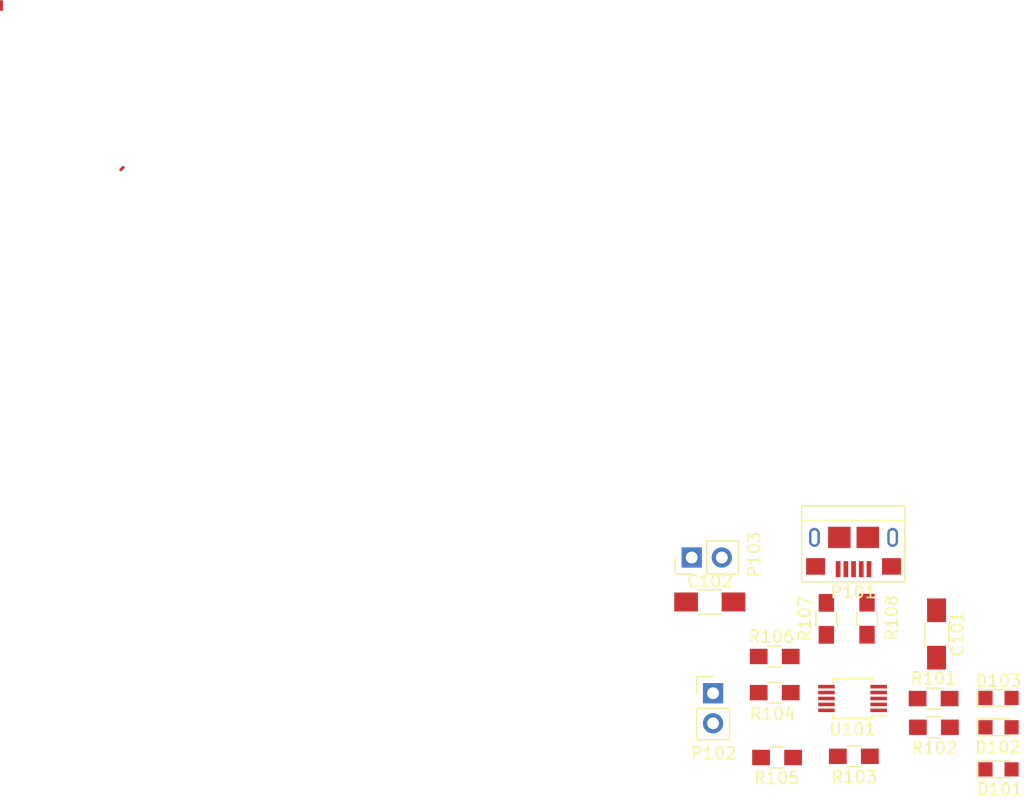
<source format=kicad_pcb>
(kicad_pcb (version 4) (host pcbnew 4.0.6-e0-6349~53~ubuntu14.04.1)

  (general
    (links 35)
    (no_connects 35)
    (area 0 0 0 0)
    (thickness 1.6)
    (drawings 0)
    (tracks 2)
    (zones 0)
    (modules 17)
    (nets 15)
  )

  (page A4)
  (layers
    (0 F.Cu signal)
    (31 B.Cu signal)
    (32 B.Adhes user)
    (33 F.Adhes user)
    (34 B.Paste user)
    (35 F.Paste user)
    (36 B.SilkS user)
    (37 F.SilkS user)
    (38 B.Mask user)
    (39 F.Mask user)
    (40 Dwgs.User user)
    (41 Cmts.User user)
    (42 Eco1.User user)
    (43 Eco2.User user)
    (44 Edge.Cuts user)
    (45 Margin user)
    (46 B.CrtYd user)
    (47 F.CrtYd user)
    (48 B.Fab user)
    (49 F.Fab user)
  )

  (setup
    (last_trace_width 0.25)
    (trace_clearance 0.2)
    (zone_clearance 0.508)
    (zone_45_only no)
    (trace_min 0.2)
    (segment_width 0.2)
    (edge_width 0.15)
    (via_size 0.6)
    (via_drill 0.4)
    (via_min_size 0.4)
    (via_min_drill 0.3)
    (uvia_size 0.3)
    (uvia_drill 0.1)
    (uvias_allowed no)
    (uvia_min_size 0.2)
    (uvia_min_drill 0.1)
    (pcb_text_width 0.3)
    (pcb_text_size 1.5 1.5)
    (mod_edge_width 0.15)
    (mod_text_size 1 1)
    (mod_text_width 0.15)
    (pad_size 1.524 1.524)
    (pad_drill 0.762)
    (pad_to_mask_clearance 0.2)
    (aux_axis_origin 0 0)
    (visible_elements FFFFF77F)
    (pcbplotparams
      (layerselection 0x00030_80000001)
      (usegerberextensions false)
      (excludeedgelayer true)
      (linewidth 0.100000)
      (plotframeref false)
      (viasonmask false)
      (mode 1)
      (useauxorigin false)
      (hpglpennumber 1)
      (hpglpenspeed 20)
      (hpglpendiameter 15)
      (hpglpenoverlay 2)
      (psnegative false)
      (psa4output false)
      (plotreference true)
      (plotvalue true)
      (plotinvisibletext false)
      (padsonsilk false)
      (subtractmaskfromsilk false)
      (outputformat 1)
      (mirror false)
      (drillshape 1)
      (scaleselection 1)
      (outputdirectory ""))
  )

  (net 0 "")
  (net 1 GND)
  (net 2 "Net-(D101-Pad1)")
  (net 3 "Net-(D102-Pad1)")
  (net 4 "Net-(D103-Pad1)")
  (net 5 "Net-(P101-Pad3)")
  (net 6 "Net-(P101-Pad2)")
  (net 7 /VBAT)
  (net 8 /VIN)
  (net 9 /RESET)
  (net 10 /~TE)
  (net 11 /Ther)
  (net 12 /Prog)
  (net 13 /Stat1)
  (net 14 /Stat2)

  (net_class Default "This is the default net class."
    (clearance 0.2)
    (trace_width 0.25)
    (via_dia 0.6)
    (via_drill 0.4)
    (uvia_dia 0.3)
    (uvia_drill 0.1)
    (add_net /Prog)
    (add_net /RESET)
    (add_net /Stat1)
    (add_net /Stat2)
    (add_net /Ther)
    (add_net /VBAT)
    (add_net /VIN)
    (add_net /~TE)
    (add_net GND)
    (add_net "Net-(D101-Pad1)")
    (add_net "Net-(D102-Pad1)")
    (add_net "Net-(D103-Pad1)")
    (add_net "Net-(P101-Pad2)")
    (add_net "Net-(P101-Pad3)")
  )

  (module LEDs:LED_0805 (layer F.Cu) (tedit 58BF7735) (tstamp 58BE12ED)
    (at 170.425 108.85)
    (descr "LED 0805 smd package")
    (tags "LED led 0805 SMD smd SMT smt smdled SMDLED smtled SMTLED")
    (path /58BC79E4)
    (attr smd)
    (fp_text reference D101 (at 0.1 1.675) (layer F.SilkS)
      (effects (font (size 1 1) (thickness 0.15)))
    )
    (fp_text value NOPOP (at 0 1.55) (layer F.Fab) hide
      (effects (font (size 1 1) (thickness 0.15)))
    )
    (fp_line (start -1.8 -0.7) (end -1.8 0.7) (layer F.SilkS) (width 0.12))
    (fp_line (start -0.4 -0.4) (end -0.4 0.4) (layer F.Fab) (width 0.1))
    (fp_line (start -0.4 0) (end 0.2 -0.4) (layer F.Fab) (width 0.1))
    (fp_line (start 0.2 0.4) (end -0.4 0) (layer F.Fab) (width 0.1))
    (fp_line (start 0.2 -0.4) (end 0.2 0.4) (layer F.Fab) (width 0.1))
    (fp_line (start 1 0.6) (end -1 0.6) (layer F.Fab) (width 0.1))
    (fp_line (start 1 -0.6) (end 1 0.6) (layer F.Fab) (width 0.1))
    (fp_line (start -1 -0.6) (end 1 -0.6) (layer F.Fab) (width 0.1))
    (fp_line (start -1 0.6) (end -1 -0.6) (layer F.Fab) (width 0.1))
    (fp_line (start -1.8 0.7) (end 1 0.7) (layer F.SilkS) (width 0.12))
    (fp_line (start -1.8 -0.7) (end 1 -0.7) (layer F.SilkS) (width 0.12))
    (fp_line (start 1.95 -0.85) (end 1.95 0.85) (layer F.CrtYd) (width 0.05))
    (fp_line (start 1.95 0.85) (end -1.95 0.85) (layer F.CrtYd) (width 0.05))
    (fp_line (start -1.95 0.85) (end -1.95 -0.85) (layer F.CrtYd) (width 0.05))
    (fp_line (start -1.95 -0.85) (end 1.95 -0.85) (layer F.CrtYd) (width 0.05))
    (pad 2 smd rect (at 1.1 0 180) (size 1.2 1.2) (layers F.Cu F.Paste F.Mask)
      (net 8 /VIN))
    (pad 1 smd rect (at -1.1 0 180) (size 1.2 1.2) (layers F.Cu F.Paste F.Mask)
      (net 2 "Net-(D101-Pad1)"))
    (model LEDs.3dshapes/LED_0805.wrl
      (at (xyz 0 0 0))
      (scale (xyz 1 1 1))
      (rotate (xyz 0 0 180))
    )
  )

  (module LEDs:LED_0805 (layer F.Cu) (tedit 58BF7D27) (tstamp 58BE12F3)
    (at 170.425 105.3)
    (descr "LED 0805 smd package")
    (tags "LED led 0805 SMD smd SMT smt smdled SMDLED smtled SMTLED")
    (path /58BC7A05)
    (attr smd)
    (fp_text reference D102 (at -0.05 1.675) (layer F.SilkS)
      (effects (font (size 1 1) (thickness 0.15)))
    )
    (fp_text value LED (at 0 1.55) (layer F.Fab) hide
      (effects (font (size 1 1) (thickness 0.15)))
    )
    (fp_line (start -1.8 -0.7) (end -1.8 0.7) (layer F.SilkS) (width 0.12))
    (fp_line (start -0.4 -0.4) (end -0.4 0.4) (layer F.Fab) (width 0.1))
    (fp_line (start -0.4 0) (end 0.2 -0.4) (layer F.Fab) (width 0.1))
    (fp_line (start 0.2 0.4) (end -0.4 0) (layer F.Fab) (width 0.1))
    (fp_line (start 0.2 -0.4) (end 0.2 0.4) (layer F.Fab) (width 0.1))
    (fp_line (start 1 0.6) (end -1 0.6) (layer F.Fab) (width 0.1))
    (fp_line (start 1 -0.6) (end 1 0.6) (layer F.Fab) (width 0.1))
    (fp_line (start -1 -0.6) (end 1 -0.6) (layer F.Fab) (width 0.1))
    (fp_line (start -1 0.6) (end -1 -0.6) (layer F.Fab) (width 0.1))
    (fp_line (start -1.8 0.7) (end 1 0.7) (layer F.SilkS) (width 0.12))
    (fp_line (start -1.8 -0.7) (end 1 -0.7) (layer F.SilkS) (width 0.12))
    (fp_line (start 1.95 -0.85) (end 1.95 0.85) (layer F.CrtYd) (width 0.05))
    (fp_line (start 1.95 0.85) (end -1.95 0.85) (layer F.CrtYd) (width 0.05))
    (fp_line (start -1.95 0.85) (end -1.95 -0.85) (layer F.CrtYd) (width 0.05))
    (fp_line (start -1.95 -0.85) (end 1.95 -0.85) (layer F.CrtYd) (width 0.05))
    (pad 2 smd rect (at 1.1 0 180) (size 1.2 1.2) (layers F.Cu F.Paste F.Mask)
      (net 8 /VIN))
    (pad 1 smd rect (at -1.1 0 180) (size 1.2 1.2) (layers F.Cu F.Paste F.Mask)
      (net 3 "Net-(D102-Pad1)"))
    (model LEDs.3dshapes/LED_0805.wrl
      (at (xyz 0 0 0))
      (scale (xyz 1 1 1))
      (rotate (xyz 0 0 180))
    )
  )

  (module LEDs:LED_0805 (layer F.Cu) (tedit 58BF72D9) (tstamp 58BE12F9)
    (at 170.425 102.825)
    (descr "LED 0805 smd package")
    (tags "LED led 0805 SMD smd SMT smt smdled SMDLED smtled SMTLED")
    (path /58BC7977)
    (attr smd)
    (fp_text reference D103 (at 0 -1.45) (layer F.SilkS)
      (effects (font (size 1 1) (thickness 0.15)))
    )
    (fp_text value LED (at 0 1.55) (layer F.Fab) hide
      (effects (font (size 1 1) (thickness 0.15)))
    )
    (fp_line (start -1.8 -0.7) (end -1.8 0.7) (layer F.SilkS) (width 0.12))
    (fp_line (start -0.4 -0.4) (end -0.4 0.4) (layer F.Fab) (width 0.1))
    (fp_line (start -0.4 0) (end 0.2 -0.4) (layer F.Fab) (width 0.1))
    (fp_line (start 0.2 0.4) (end -0.4 0) (layer F.Fab) (width 0.1))
    (fp_line (start 0.2 -0.4) (end 0.2 0.4) (layer F.Fab) (width 0.1))
    (fp_line (start 1 0.6) (end -1 0.6) (layer F.Fab) (width 0.1))
    (fp_line (start 1 -0.6) (end 1 0.6) (layer F.Fab) (width 0.1))
    (fp_line (start -1 -0.6) (end 1 -0.6) (layer F.Fab) (width 0.1))
    (fp_line (start -1 0.6) (end -1 -0.6) (layer F.Fab) (width 0.1))
    (fp_line (start -1.8 0.7) (end 1 0.7) (layer F.SilkS) (width 0.12))
    (fp_line (start -1.8 -0.7) (end 1 -0.7) (layer F.SilkS) (width 0.12))
    (fp_line (start 1.95 -0.85) (end 1.95 0.85) (layer F.CrtYd) (width 0.05))
    (fp_line (start 1.95 0.85) (end -1.95 0.85) (layer F.CrtYd) (width 0.05))
    (fp_line (start -1.95 0.85) (end -1.95 -0.85) (layer F.CrtYd) (width 0.05))
    (fp_line (start -1.95 -0.85) (end 1.95 -0.85) (layer F.CrtYd) (width 0.05))
    (pad 2 smd rect (at 1.1 0 180) (size 1.2 1.2) (layers F.Cu F.Paste F.Mask)
      (net 8 /VIN))
    (pad 1 smd rect (at -1.1 0 180) (size 1.2 1.2) (layers F.Cu F.Paste F.Mask)
      (net 4 "Net-(D103-Pad1)"))
    (model LEDs.3dshapes/LED_0805.wrl
      (at (xyz 0 0 0))
      (scale (xyz 1 1 1))
      (rotate (xyz 0 0 180))
    )
  )

  (module Resistors_SMD:R_0805_HandSoldering (layer F.Cu) (tedit 58BF72C7) (tstamp 58BE1315)
    (at 164.95 102.875)
    (descr "Resistor SMD 0805, hand soldering")
    (tags "resistor 0805")
    (path /58BC7DA0)
    (attr smd)
    (fp_text reference R101 (at 0 -1.7) (layer F.SilkS)
      (effects (font (size 1 1) (thickness 0.15)))
    )
    (fp_text value 470 (at 0 1.75) (layer F.Fab) hide
      (effects (font (size 1 1) (thickness 0.15)))
    )
    (fp_text user %R (at 0 -1.7) (layer F.Fab)
      (effects (font (size 1 1) (thickness 0.15)))
    )
    (fp_line (start -1 0.62) (end -1 -0.62) (layer F.Fab) (width 0.1))
    (fp_line (start 1 0.62) (end -1 0.62) (layer F.Fab) (width 0.1))
    (fp_line (start 1 -0.62) (end 1 0.62) (layer F.Fab) (width 0.1))
    (fp_line (start -1 -0.62) (end 1 -0.62) (layer F.Fab) (width 0.1))
    (fp_line (start 0.6 0.88) (end -0.6 0.88) (layer F.SilkS) (width 0.12))
    (fp_line (start -0.6 -0.88) (end 0.6 -0.88) (layer F.SilkS) (width 0.12))
    (fp_line (start -2.35 -0.9) (end 2.35 -0.9) (layer F.CrtYd) (width 0.05))
    (fp_line (start -2.35 -0.9) (end -2.35 0.9) (layer F.CrtYd) (width 0.05))
    (fp_line (start 2.35 0.9) (end 2.35 -0.9) (layer F.CrtYd) (width 0.05))
    (fp_line (start 2.35 0.9) (end -2.35 0.9) (layer F.CrtYd) (width 0.05))
    (pad 1 smd rect (at -1.35 0) (size 1.5 1.3) (layers F.Cu F.Paste F.Mask)
      (net 13 /Stat1))
    (pad 2 smd rect (at 1.35 0) (size 1.5 1.3) (layers F.Cu F.Paste F.Mask)
      (net 4 "Net-(D103-Pad1)"))
    (model Resistors_SMD.3dshapes/R_0805.wrl
      (at (xyz 0 0 0))
      (scale (xyz 1 1 1))
      (rotate (xyz 0 0 0))
    )
  )

  (module Resistors_SMD:R_0805_HandSoldering (layer F.Cu) (tedit 58BF7FCD) (tstamp 58BE131B)
    (at 164.975 105.3)
    (descr "Resistor SMD 0805, hand soldering")
    (tags "resistor 0805")
    (path /58BC7A25)
    (attr smd)
    (fp_text reference R102 (at 0.05 1.75) (layer F.SilkS)
      (effects (font (size 1 1) (thickness 0.15)))
    )
    (fp_text value 470 (at 0 1.75) (layer F.Fab) hide
      (effects (font (size 1 1) (thickness 0.15)))
    )
    (fp_text user %R (at 0 -1.7) (layer F.Fab) hide
      (effects (font (size 1 1) (thickness 0.15)))
    )
    (fp_line (start -1 0.62) (end -1 -0.62) (layer F.Fab) (width 0.1))
    (fp_line (start 1 0.62) (end -1 0.62) (layer F.Fab) (width 0.1))
    (fp_line (start 1 -0.62) (end 1 0.62) (layer F.Fab) (width 0.1))
    (fp_line (start -1 -0.62) (end 1 -0.62) (layer F.Fab) (width 0.1))
    (fp_line (start 0.6 0.88) (end -0.6 0.88) (layer F.SilkS) (width 0.12))
    (fp_line (start -0.6 -0.88) (end 0.6 -0.88) (layer F.SilkS) (width 0.12))
    (fp_line (start -2.35 -0.9) (end 2.35 -0.9) (layer F.CrtYd) (width 0.05))
    (fp_line (start -2.35 -0.9) (end -2.35 0.9) (layer F.CrtYd) (width 0.05))
    (fp_line (start 2.35 0.9) (end 2.35 -0.9) (layer F.CrtYd) (width 0.05))
    (fp_line (start 2.35 0.9) (end -2.35 0.9) (layer F.CrtYd) (width 0.05))
    (pad 1 smd rect (at -1.35 0) (size 1.5 1.3) (layers F.Cu F.Paste F.Mask)
      (net 14 /Stat2))
    (pad 2 smd rect (at 1.35 0) (size 1.5 1.3) (layers F.Cu F.Paste F.Mask)
      (net 3 "Net-(D102-Pad1)"))
    (model Resistors_SMD.3dshapes/R_0805.wrl
      (at (xyz 0 0 0))
      (scale (xyz 1 1 1))
      (rotate (xyz 0 0 0))
    )
  )

  (module Resistors_SMD:R_0805_HandSoldering (layer F.Cu) (tedit 58BF76A8) (tstamp 58BE1321)
    (at 158.225 107.75)
    (descr "Resistor SMD 0805, hand soldering")
    (tags "resistor 0805")
    (path /58BC7BDA)
    (attr smd)
    (fp_text reference R103 (at 0.0381 1.7399) (layer F.SilkS)
      (effects (font (size 1 1) (thickness 0.15)))
    )
    (fp_text value NOPOP (at 0 1.75) (layer F.Fab) hide
      (effects (font (size 1 1) (thickness 0.15)))
    )
    (fp_text user %R (at 0 -1.7) (layer F.Fab) hide
      (effects (font (size 1 1) (thickness 0.15)))
    )
    (fp_line (start -1 0.62) (end -1 -0.62) (layer F.Fab) (width 0.1))
    (fp_line (start 1 0.62) (end -1 0.62) (layer F.Fab) (width 0.1))
    (fp_line (start 1 -0.62) (end 1 0.62) (layer F.Fab) (width 0.1))
    (fp_line (start -1 -0.62) (end 1 -0.62) (layer F.Fab) (width 0.1))
    (fp_line (start 0.6 0.88) (end -0.6 0.88) (layer F.SilkS) (width 0.12))
    (fp_line (start -0.6 -0.88) (end 0.6 -0.88) (layer F.SilkS) (width 0.12))
    (fp_line (start -2.35 -0.9) (end 2.35 -0.9) (layer F.CrtYd) (width 0.05))
    (fp_line (start -2.35 -0.9) (end -2.35 0.9) (layer F.CrtYd) (width 0.05))
    (fp_line (start 2.35 0.9) (end 2.35 -0.9) (layer F.CrtYd) (width 0.05))
    (fp_line (start 2.35 0.9) (end -2.35 0.9) (layer F.CrtYd) (width 0.05))
    (pad 1 smd rect (at -1.35 0) (size 1.5 1.3) (layers F.Cu F.Paste F.Mask)
      (net 10 /~TE))
    (pad 2 smd rect (at 1.35 0) (size 1.5 1.3) (layers F.Cu F.Paste F.Mask)
      (net 2 "Net-(D101-Pad1)"))
    (model Resistors_SMD.3dshapes/R_0805.wrl
      (at (xyz 0 0 0))
      (scale (xyz 1 1 1))
      (rotate (xyz 0 0 0))
    )
  )

  (module Resistors_SMD:R_0805_HandSoldering (layer F.Cu) (tedit 58BF80CB) (tstamp 58BE1327)
    (at 151.55 102.375 180)
    (descr "Resistor SMD 0805, hand soldering")
    (tags "resistor 0805")
    (path /58BC907B)
    (attr smd)
    (fp_text reference R104 (at 0.175 -1.8 180) (layer F.SilkS)
      (effects (font (size 1 1) (thickness 0.15)))
    )
    (fp_text value 1k (at 0 1.75 180) (layer F.Fab) hide
      (effects (font (size 1 1) (thickness 0.15)))
    )
    (fp_text user %R (at 0 -1.7 180) (layer F.Fab) hide
      (effects (font (size 1 1) (thickness 0.15)))
    )
    (fp_line (start -1 0.62) (end -1 -0.62) (layer F.Fab) (width 0.1))
    (fp_line (start 1 0.62) (end -1 0.62) (layer F.Fab) (width 0.1))
    (fp_line (start 1 -0.62) (end 1 0.62) (layer F.Fab) (width 0.1))
    (fp_line (start -1 -0.62) (end 1 -0.62) (layer F.Fab) (width 0.1))
    (fp_line (start 0.6 0.88) (end -0.6 0.88) (layer F.SilkS) (width 0.12))
    (fp_line (start -0.6 -0.88) (end 0.6 -0.88) (layer F.SilkS) (width 0.12))
    (fp_line (start -2.35 -0.9) (end 2.35 -0.9) (layer F.CrtYd) (width 0.05))
    (fp_line (start -2.35 -0.9) (end -2.35 0.9) (layer F.CrtYd) (width 0.05))
    (fp_line (start 2.35 0.9) (end 2.35 -0.9) (layer F.CrtYd) (width 0.05))
    (fp_line (start 2.35 0.9) (end -2.35 0.9) (layer F.CrtYd) (width 0.05))
    (pad 1 smd rect (at -1.35 0 180) (size 1.5 1.3) (layers F.Cu F.Paste F.Mask)
      (net 10 /~TE))
    (pad 2 smd rect (at 1.35 0 180) (size 1.5 1.3) (layers F.Cu F.Paste F.Mask)
      (net 9 /RESET))
    (model Resistors_SMD.3dshapes/R_0805.wrl
      (at (xyz 0 0 0))
      (scale (xyz 1 1 1))
      (rotate (xyz 0 0 0))
    )
  )

  (module Resistors_SMD:R_0805_HandSoldering (layer F.Cu) (tedit 58BF81C5) (tstamp 58BE132D)
    (at 151.75 107.85)
    (descr "Resistor SMD 0805, hand soldering")
    (tags "resistor 0805")
    (path /58BC82AB)
    (attr smd)
    (fp_text reference R105 (at -0.019 1.721) (layer F.SilkS)
      (effects (font (size 1 1) (thickness 0.15)))
    )
    (fp_text value 10k (at 0.075 -1.675) (layer F.Fab)
      (effects (font (size 1 1) (thickness 0.15)))
    )
    (fp_text user %R (at 0 -1.7) (layer F.Fab) hide
      (effects (font (size 1 1) (thickness 0.15)))
    )
    (fp_line (start -1 0.62) (end -1 -0.62) (layer F.Fab) (width 0.1))
    (fp_line (start 1 0.62) (end -1 0.62) (layer F.Fab) (width 0.1))
    (fp_line (start 1 -0.62) (end 1 0.62) (layer F.Fab) (width 0.1))
    (fp_line (start -1 -0.62) (end 1 -0.62) (layer F.Fab) (width 0.1))
    (fp_line (start 0.6 0.88) (end -0.6 0.88) (layer F.SilkS) (width 0.12))
    (fp_line (start -0.6 -0.88) (end 0.6 -0.88) (layer F.SilkS) (width 0.12))
    (fp_line (start -2.35 -0.9) (end 2.35 -0.9) (layer F.CrtYd) (width 0.05))
    (fp_line (start -2.35 -0.9) (end -2.35 0.9) (layer F.CrtYd) (width 0.05))
    (fp_line (start 2.35 0.9) (end 2.35 -0.9) (layer F.CrtYd) (width 0.05))
    (fp_line (start 2.35 0.9) (end -2.35 0.9) (layer F.CrtYd) (width 0.05))
    (pad 1 smd rect (at -1.35 0) (size 1.5 1.3) (layers F.Cu F.Paste F.Mask)
      (net 1 GND))
    (pad 2 smd rect (at 1.35 0) (size 1.5 1.3) (layers F.Cu F.Paste F.Mask)
      (net 11 /Ther))
    (model Resistors_SMD.3dshapes/R_0805.wrl
      (at (xyz 0 0 0))
      (scale (xyz 1 1 1))
      (rotate (xyz 0 0 0))
    )
  )

  (module Resistors_SMD:R_0805_HandSoldering (layer F.Cu) (tedit 58BF825E) (tstamp 58BE1333)
    (at 151.55 99.325)
    (descr "Resistor SMD 0805, hand soldering")
    (tags "resistor 0805")
    (path /58BC8247)
    (attr smd)
    (fp_text reference R106 (at -0.275 -1.675) (layer F.SilkS)
      (effects (font (size 1 1) (thickness 0.15)))
    )
    (fp_text value 2k (at -4.025 -0.275) (layer F.Fab)
      (effects (font (size 1 1) (thickness 0.15)))
    )
    (fp_text user %R (at 0 -1.7) (layer F.Fab) hide
      (effects (font (size 1 1) (thickness 0.15)))
    )
    (fp_line (start -1 0.62) (end -1 -0.62) (layer F.Fab) (width 0.1))
    (fp_line (start 1 0.62) (end -1 0.62) (layer F.Fab) (width 0.1))
    (fp_line (start 1 -0.62) (end 1 0.62) (layer F.Fab) (width 0.1))
    (fp_line (start -1 -0.62) (end 1 -0.62) (layer F.Fab) (width 0.1))
    (fp_line (start 0.6 0.88) (end -0.6 0.88) (layer F.SilkS) (width 0.12))
    (fp_line (start -0.6 -0.88) (end 0.6 -0.88) (layer F.SilkS) (width 0.12))
    (fp_line (start -2.35 -0.9) (end 2.35 -0.9) (layer F.CrtYd) (width 0.05))
    (fp_line (start -2.35 -0.9) (end -2.35 0.9) (layer F.CrtYd) (width 0.05))
    (fp_line (start 2.35 0.9) (end 2.35 -0.9) (layer F.CrtYd) (width 0.05))
    (fp_line (start 2.35 0.9) (end -2.35 0.9) (layer F.CrtYd) (width 0.05))
    (pad 1 smd rect (at -1.35 0) (size 1.5 1.3) (layers F.Cu F.Paste F.Mask)
      (net 1 GND))
    (pad 2 smd rect (at 1.35 0) (size 1.5 1.3) (layers F.Cu F.Paste F.Mask)
      (net 12 /Prog))
    (model Resistors_SMD.3dshapes/R_0805.wrl
      (at (xyz 0 0 0))
      (scale (xyz 1 1 1))
      (rotate (xyz 0 0 0))
    )
  )

  (module Resistors_SMD:R_0805_HandSoldering (layer F.Cu) (tedit 58BF7CED) (tstamp 58BE1339)
    (at 155.9052 96.14916 270)
    (descr "Resistor SMD 0805, hand soldering")
    (tags "resistor 0805")
    (path /58BC9A97)
    (attr smd)
    (fp_text reference R107 (at -0.02416 1.8302 270) (layer F.SilkS)
      (effects (font (size 1 1) (thickness 0.15)))
    )
    (fp_text value NOPOP (at 0 1.75 270) (layer F.Fab) hide
      (effects (font (size 1 1) (thickness 0.15)))
    )
    (fp_text user %R (at 0 -1.7 270) (layer F.Fab) hide
      (effects (font (size 1 1) (thickness 0.15)))
    )
    (fp_line (start -1 0.62) (end -1 -0.62) (layer F.Fab) (width 0.1))
    (fp_line (start 1 0.62) (end -1 0.62) (layer F.Fab) (width 0.1))
    (fp_line (start 1 -0.62) (end 1 0.62) (layer F.Fab) (width 0.1))
    (fp_line (start -1 -0.62) (end 1 -0.62) (layer F.Fab) (width 0.1))
    (fp_line (start 0.6 0.88) (end -0.6 0.88) (layer F.SilkS) (width 0.12))
    (fp_line (start -0.6 -0.88) (end 0.6 -0.88) (layer F.SilkS) (width 0.12))
    (fp_line (start -2.35 -0.9) (end 2.35 -0.9) (layer F.CrtYd) (width 0.05))
    (fp_line (start -2.35 -0.9) (end -2.35 0.9) (layer F.CrtYd) (width 0.05))
    (fp_line (start 2.35 0.9) (end 2.35 -0.9) (layer F.CrtYd) (width 0.05))
    (fp_line (start 2.35 0.9) (end -2.35 0.9) (layer F.CrtYd) (width 0.05))
    (pad 1 smd rect (at -1.35 0 270) (size 1.5 1.3) (layers F.Cu F.Paste F.Mask)
      (net 1 GND))
    (pad 2 smd rect (at 1.35 0 270) (size 1.5 1.3) (layers F.Cu F.Paste F.Mask)
      (net 6 "Net-(P101-Pad2)"))
    (model Resistors_SMD.3dshapes/R_0805.wrl
      (at (xyz 0 0 0))
      (scale (xyz 1 1 1))
      (rotate (xyz 0 0 0))
    )
  )

  (module Resistors_SMD:R_0805_HandSoldering (layer F.Cu) (tedit 58BF7CDE) (tstamp 58BE133F)
    (at 159.3342 96.13392 270)
    (descr "Resistor SMD 0805, hand soldering")
    (tags "resistor 0805")
    (path /58BC9A0D)
    (attr smd)
    (fp_text reference R108 (at -0.08392 -2.0908 270) (layer F.SilkS)
      (effects (font (size 1 1) (thickness 0.15)))
    )
    (fp_text value NOPOP (at 0 1.75 270) (layer F.Fab) hide
      (effects (font (size 1 1) (thickness 0.15)))
    )
    (fp_text user %R (at 0 -1.7 270) (layer F.Fab) hide
      (effects (font (size 1 1) (thickness 0.15)))
    )
    (fp_line (start -1 0.62) (end -1 -0.62) (layer F.Fab) (width 0.1))
    (fp_line (start 1 0.62) (end -1 0.62) (layer F.Fab) (width 0.1))
    (fp_line (start 1 -0.62) (end 1 0.62) (layer F.Fab) (width 0.1))
    (fp_line (start -1 -0.62) (end 1 -0.62) (layer F.Fab) (width 0.1))
    (fp_line (start 0.6 0.88) (end -0.6 0.88) (layer F.SilkS) (width 0.12))
    (fp_line (start -0.6 -0.88) (end 0.6 -0.88) (layer F.SilkS) (width 0.12))
    (fp_line (start -2.35 -0.9) (end 2.35 -0.9) (layer F.CrtYd) (width 0.05))
    (fp_line (start -2.35 -0.9) (end -2.35 0.9) (layer F.CrtYd) (width 0.05))
    (fp_line (start 2.35 0.9) (end 2.35 -0.9) (layer F.CrtYd) (width 0.05))
    (fp_line (start 2.35 0.9) (end -2.35 0.9) (layer F.CrtYd) (width 0.05))
    (pad 1 smd rect (at -1.35 0 270) (size 1.5 1.3) (layers F.Cu F.Paste F.Mask)
      (net 1 GND))
    (pad 2 smd rect (at 1.35 0 270) (size 1.5 1.3) (layers F.Cu F.Paste F.Mask)
      (net 5 "Net-(P101-Pad3)"))
    (model Resistors_SMD.3dshapes/R_0805.wrl
      (at (xyz 0 0 0))
      (scale (xyz 1 1 1))
      (rotate (xyz 0 0 0))
    )
  )

  (module Housings_SSOP:MSOP-10_3x3mm_Pitch0.5mm (layer F.Cu) (tedit 58BF72BB) (tstamp 58BE134D)
    (at 158.115 102.87 180)
    (descr "10-Lead Plastic Micro Small Outline Package (MS) [MSOP] (see Microchip Packaging Specification 00000049BS.pdf)")
    (tags "SSOP 0.5")
    (path /58BC819D)
    (attr smd)
    (fp_text reference U101 (at 0 -2.6 180) (layer F.SilkS)
      (effects (font (size 1 1) (thickness 0.15)))
    )
    (fp_text value MCP73834-FCI/UN (at 0 2.6 180) (layer F.Fab) hide
      (effects (font (size 1 1) (thickness 0.15)))
    )
    (fp_line (start -0.5 -1.5) (end 1.5 -1.5) (layer F.Fab) (width 0.15))
    (fp_line (start 1.5 -1.5) (end 1.5 1.5) (layer F.Fab) (width 0.15))
    (fp_line (start 1.5 1.5) (end -1.5 1.5) (layer F.Fab) (width 0.15))
    (fp_line (start -1.5 1.5) (end -1.5 -0.5) (layer F.Fab) (width 0.15))
    (fp_line (start -1.5 -0.5) (end -0.5 -1.5) (layer F.Fab) (width 0.15))
    (fp_line (start -3.15 -1.85) (end -3.15 1.85) (layer F.CrtYd) (width 0.05))
    (fp_line (start 3.15 -1.85) (end 3.15 1.85) (layer F.CrtYd) (width 0.05))
    (fp_line (start -3.15 -1.85) (end 3.15 -1.85) (layer F.CrtYd) (width 0.05))
    (fp_line (start -3.15 1.85) (end 3.15 1.85) (layer F.CrtYd) (width 0.05))
    (fp_line (start -1.675 -1.675) (end -1.675 -1.45) (layer F.SilkS) (width 0.15))
    (fp_line (start 1.675 -1.675) (end 1.675 -1.375) (layer F.SilkS) (width 0.15))
    (fp_line (start 1.675 1.675) (end 1.675 1.375) (layer F.SilkS) (width 0.15))
    (fp_line (start -1.675 1.675) (end -1.675 1.375) (layer F.SilkS) (width 0.15))
    (fp_line (start -1.675 -1.675) (end 1.675 -1.675) (layer F.SilkS) (width 0.15))
    (fp_line (start -1.675 1.675) (end 1.675 1.675) (layer F.SilkS) (width 0.15))
    (fp_line (start -1.675 -1.45) (end -2.9 -1.45) (layer F.SilkS) (width 0.15))
    (pad 1 smd rect (at -2.2 -1 180) (size 1.4 0.3) (layers F.Cu F.Paste F.Mask)
      (net 8 /VIN))
    (pad 2 smd rect (at -2.2 -0.5 180) (size 1.4 0.3) (layers F.Cu F.Paste F.Mask)
      (net 8 /VIN))
    (pad 3 smd rect (at -2.2 0 180) (size 1.4 0.3) (layers F.Cu F.Paste F.Mask)
      (net 13 /Stat1))
    (pad 4 smd rect (at -2.2 0.5 180) (size 1.4 0.3) (layers F.Cu F.Paste F.Mask)
      (net 14 /Stat2))
    (pad 5 smd rect (at -2.2 1 180) (size 1.4 0.3) (layers F.Cu F.Paste F.Mask)
      (net 1 GND))
    (pad 6 smd rect (at 2.2 1 180) (size 1.4 0.3) (layers F.Cu F.Paste F.Mask)
      (net 12 /Prog))
    (pad 7 smd rect (at 2.2 0.5 180) (size 1.4 0.3) (layers F.Cu F.Paste F.Mask)
      (net 10 /~TE))
    (pad 8 smd rect (at 2.2 0 180) (size 1.4 0.3) (layers F.Cu F.Paste F.Mask)
      (net 11 /Ther))
    (pad 9 smd rect (at 2.2 -0.5 180) (size 1.4 0.3) (layers F.Cu F.Paste F.Mask)
      (net 7 /VBAT))
    (pad 10 smd rect (at 2.2 -1 180) (size 1.4 0.3) (layers F.Cu F.Paste F.Mask)
      (net 7 /VBAT))
    (model Housings_SSOP.3dshapes/MSOP-10_3x3mm_Pitch0.5mm.wrl
      (at (xyz 0 0 0))
      (scale (xyz 1 1 1))
      (rotate (xyz 0 0 0))
    )
  )

  (module Pin_Headers:Pin_Header_Straight_1x02_Pitch2.54mm (layer F.Cu) (tedit 58BF80C0) (tstamp 58BE150B)
    (at 146.35 102.425)
    (descr "Through hole straight pin header, 1x02, 2.54mm pitch, single row")
    (tags "Through hole pin header THT 1x02 2.54mm single row")
    (path /58BC9367)
    (fp_text reference P102 (at 0.05 5.075) (layer F.SilkS)
      (effects (font (size 1 1) (thickness 0.15)))
    )
    (fp_text value CONN_01X02 (at 0 4.93) (layer F.Fab) hide
      (effects (font (size 1 1) (thickness 0.15)))
    )
    (fp_line (start -1.27 -1.27) (end -1.27 3.81) (layer F.Fab) (width 0.1))
    (fp_line (start -1.27 3.81) (end 1.27 3.81) (layer F.Fab) (width 0.1))
    (fp_line (start 1.27 3.81) (end 1.27 -1.27) (layer F.Fab) (width 0.1))
    (fp_line (start 1.27 -1.27) (end -1.27 -1.27) (layer F.Fab) (width 0.1))
    (fp_line (start -1.39 1.27) (end -1.39 3.93) (layer F.SilkS) (width 0.12))
    (fp_line (start -1.39 3.93) (end 1.39 3.93) (layer F.SilkS) (width 0.12))
    (fp_line (start 1.39 3.93) (end 1.39 1.27) (layer F.SilkS) (width 0.12))
    (fp_line (start 1.39 1.27) (end -1.39 1.27) (layer F.SilkS) (width 0.12))
    (fp_line (start -1.39 0) (end -1.39 -1.39) (layer F.SilkS) (width 0.12))
    (fp_line (start -1.39 -1.39) (end 0 -1.39) (layer F.SilkS) (width 0.12))
    (fp_line (start -1.6 -1.6) (end -1.6 4.1) (layer F.CrtYd) (width 0.05))
    (fp_line (start -1.6 4.1) (end 1.6 4.1) (layer F.CrtYd) (width 0.05))
    (fp_line (start 1.6 4.1) (end 1.6 -1.6) (layer F.CrtYd) (width 0.05))
    (fp_line (start 1.6 -1.6) (end -1.6 -1.6) (layer F.CrtYd) (width 0.05))
    (pad 1 thru_hole rect (at 0 0) (size 1.7 1.7) (drill 1) (layers *.Cu *.Mask)
      (net 9 /RESET))
    (pad 2 thru_hole oval (at 0 2.54) (size 1.7 1.7) (drill 1) (layers *.Cu *.Mask)
      (net 1 GND))
    (model Pin_Headers.3dshapes/Pin_Header_Straight_1x02_Pitch2.54mm.wrl
      (at (xyz 0 -0.05 0))
      (scale (xyz 1 1 1))
      (rotate (xyz 0 0 90))
    )
  )

  (module Pin_Headers:Pin_Header_Straight_1x02_Pitch2.54mm (layer F.Cu) (tedit 58BF7766) (tstamp 58BE1510)
    (at 144.55 90.975 90)
    (descr "Through hole straight pin header, 1x02, 2.54mm pitch, single row")
    (tags "Through hole pin header THT 1x02 2.54mm single row")
    (path /58BC886E)
    (fp_text reference P103 (at 0.253 5.259 270) (layer F.SilkS)
      (effects (font (size 1 1) (thickness 0.15)))
    )
    (fp_text value CONN_01X02 (at 0 4.93 90) (layer F.Fab) hide
      (effects (font (size 1 1) (thickness 0.15)))
    )
    (fp_line (start -1.27 -1.27) (end -1.27 3.81) (layer F.Fab) (width 0.1))
    (fp_line (start -1.27 3.81) (end 1.27 3.81) (layer F.Fab) (width 0.1))
    (fp_line (start 1.27 3.81) (end 1.27 -1.27) (layer F.Fab) (width 0.1))
    (fp_line (start 1.27 -1.27) (end -1.27 -1.27) (layer F.Fab) (width 0.1))
    (fp_line (start -1.39 1.27) (end -1.39 3.93) (layer F.SilkS) (width 0.12))
    (fp_line (start -1.39 3.93) (end 1.39 3.93) (layer F.SilkS) (width 0.12))
    (fp_line (start 1.39 3.93) (end 1.39 1.27) (layer F.SilkS) (width 0.12))
    (fp_line (start 1.39 1.27) (end -1.39 1.27) (layer F.SilkS) (width 0.12))
    (fp_line (start -1.39 0) (end -1.39 -1.39) (layer F.SilkS) (width 0.12))
    (fp_line (start -1.39 -1.39) (end 0 -1.39) (layer F.SilkS) (width 0.12))
    (fp_line (start -1.6 -1.6) (end -1.6 4.1) (layer F.CrtYd) (width 0.05))
    (fp_line (start -1.6 4.1) (end 1.6 4.1) (layer F.CrtYd) (width 0.05))
    (fp_line (start 1.6 4.1) (end 1.6 -1.6) (layer F.CrtYd) (width 0.05))
    (fp_line (start 1.6 -1.6) (end -1.6 -1.6) (layer F.CrtYd) (width 0.05))
    (pad 1 thru_hole rect (at 0 0 90) (size 1.7 1.7) (drill 1) (layers *.Cu *.Mask)
      (net 7 /VBAT))
    (pad 2 thru_hole oval (at 0 2.54 90) (size 1.7 1.7) (drill 1) (layers *.Cu *.Mask)
      (net 1 GND))
    (model Pin_Headers.3dshapes/Pin_Header_Straight_1x02_Pitch2.54mm.wrl
      (at (xyz 0 -0.05 0))
      (scale (xyz 1 1 1))
      (rotate (xyz 0 0 90))
    )
  )

  (module Capacitors_SMD:C_1206_HandSoldering (layer F.Cu) (tedit 58AA84D1) (tstamp 58C422B7)
    (at 165.2 97.425 270)
    (descr "Capacitor SMD 1206, hand soldering")
    (tags "capacitor 1206")
    (path /58BC8A3D)
    (attr smd)
    (fp_text reference C101 (at 0 -1.75 270) (layer F.SilkS)
      (effects (font (size 1 1) (thickness 0.15)))
    )
    (fp_text value 4.7u (at 0 2 270) (layer F.Fab)
      (effects (font (size 1 1) (thickness 0.15)))
    )
    (fp_text user %R (at 0 -1.75 270) (layer F.Fab)
      (effects (font (size 1 1) (thickness 0.15)))
    )
    (fp_line (start -1.6 0.8) (end -1.6 -0.8) (layer F.Fab) (width 0.1))
    (fp_line (start 1.6 0.8) (end -1.6 0.8) (layer F.Fab) (width 0.1))
    (fp_line (start 1.6 -0.8) (end 1.6 0.8) (layer F.Fab) (width 0.1))
    (fp_line (start -1.6 -0.8) (end 1.6 -0.8) (layer F.Fab) (width 0.1))
    (fp_line (start 1 -1.02) (end -1 -1.02) (layer F.SilkS) (width 0.12))
    (fp_line (start -1 1.02) (end 1 1.02) (layer F.SilkS) (width 0.12))
    (fp_line (start -3.25 -1.05) (end 3.25 -1.05) (layer F.CrtYd) (width 0.05))
    (fp_line (start -3.25 -1.05) (end -3.25 1.05) (layer F.CrtYd) (width 0.05))
    (fp_line (start 3.25 1.05) (end 3.25 -1.05) (layer F.CrtYd) (width 0.05))
    (fp_line (start 3.25 1.05) (end -3.25 1.05) (layer F.CrtYd) (width 0.05))
    (pad 1 smd rect (at -2 0 270) (size 2 1.6) (layers F.Cu F.Paste F.Mask)
      (net 8 /VIN))
    (pad 2 smd rect (at 2 0 270) (size 2 1.6) (layers F.Cu F.Paste F.Mask)
      (net 1 GND))
    (model Capacitors_SMD.3dshapes/C_1206.wrl
      (at (xyz 0 0 0))
      (scale (xyz 1 1 1))
      (rotate (xyz 0 0 0))
    )
  )

  (module Capacitors_SMD:C_1206_HandSoldering (layer F.Cu) (tedit 58AA84D1) (tstamp 58C422BC)
    (at 146.075 94.725)
    (descr "Capacitor SMD 1206, hand soldering")
    (tags "capacitor 1206")
    (path /58BC8729)
    (attr smd)
    (fp_text reference C102 (at 0 -1.75) (layer F.SilkS)
      (effects (font (size 1 1) (thickness 0.15)))
    )
    (fp_text value 4.7u (at 0 2) (layer F.Fab)
      (effects (font (size 1 1) (thickness 0.15)))
    )
    (fp_text user %R (at 0 -1.75) (layer F.Fab)
      (effects (font (size 1 1) (thickness 0.15)))
    )
    (fp_line (start -1.6 0.8) (end -1.6 -0.8) (layer F.Fab) (width 0.1))
    (fp_line (start 1.6 0.8) (end -1.6 0.8) (layer F.Fab) (width 0.1))
    (fp_line (start 1.6 -0.8) (end 1.6 0.8) (layer F.Fab) (width 0.1))
    (fp_line (start -1.6 -0.8) (end 1.6 -0.8) (layer F.Fab) (width 0.1))
    (fp_line (start 1 -1.02) (end -1 -1.02) (layer F.SilkS) (width 0.12))
    (fp_line (start -1 1.02) (end 1 1.02) (layer F.SilkS) (width 0.12))
    (fp_line (start -3.25 -1.05) (end 3.25 -1.05) (layer F.CrtYd) (width 0.05))
    (fp_line (start -3.25 -1.05) (end -3.25 1.05) (layer F.CrtYd) (width 0.05))
    (fp_line (start 3.25 1.05) (end 3.25 -1.05) (layer F.CrtYd) (width 0.05))
    (fp_line (start 3.25 1.05) (end -3.25 1.05) (layer F.CrtYd) (width 0.05))
    (pad 1 smd rect (at -2 0) (size 2 1.6) (layers F.Cu F.Paste F.Mask)
      (net 7 /VBAT))
    (pad 2 smd rect (at 2 0) (size 2 1.6) (layers F.Cu F.Paste F.Mask)
      (net 1 GND))
    (model Capacitors_SMD.3dshapes/C_1206.wrl
      (at (xyz 0 0 0))
      (scale (xyz 1 1 1))
      (rotate (xyz 0 0 0))
    )
  )

  (module li_ion_charge_library:USB_Micro-B (layer F.Cu) (tedit 58C4C0AB) (tstamp 58C422C1)
    (at 158.2 89.275 180)
    (descr "Micro USB Type B Receptacle")
    (tags "USB USB_B USB_micro USB_OTG")
    (path /58BC8AC7)
    (attr smd)
    (fp_text reference P101 (at 0.0254 -4.6116 180) (layer F.SilkS)
      (effects (font (size 1 1) (thickness 0.15)))
    )
    (fp_text value USB_B (at 0.0254 3.6384 180) (layer F.Fab)
      (effects (font (size 1 1) (thickness 0.15)))
    )
    (fp_line (start -4.5746 -3.9616) (end 4.6254 -3.9616) (layer F.CrtYd) (width 0.05))
    (fp_line (start 4.6254 -3.9616) (end 4.6254 2.8884) (layer F.CrtYd) (width 0.05))
    (fp_line (start 4.6254 2.8884) (end -4.5746 2.8884) (layer F.CrtYd) (width 0.05))
    (fp_line (start -4.5746 2.8884) (end -4.5746 -3.9616) (layer F.CrtYd) (width 0.05))
    (fp_line (start -4.3246 2.6584) (end 4.3754 2.6584) (layer F.SilkS) (width 0.12))
    (fp_line (start -4.3246 -3.7516) (end 4.3754 -3.7516) (layer F.SilkS) (width 0.12))
    (fp_line (start 4.3754 -3.7516) (end 4.3754 2.6584) (layer F.SilkS) (width 0.12))
    (fp_line (start 4.3754 1.4284) (end -4.3246 1.4284) (layer F.SilkS) (width 0.12))
    (fp_line (start -4.3246 2.6584) (end -4.3246 -3.7516) (layer F.SilkS) (width 0.12))
    (pad 6 smd rect (at 1.2 0 270) (size 1.8 1.9) (layers F.Cu F.Paste F.Mask)
      (net 1 GND))
    (pad 6 smd rect (at -1.2 0 270) (size 1.8 1.9) (layers F.Cu F.Paste F.Mask)
      (net 1 GND))
    (pad 1 smd rect (at -1.3 -2.675 270) (size 1.35 0.4) (layers F.Cu F.Paste F.Mask)
      (net 8 /VIN))
    (pad 2 smd rect (at -0.65 -2.675 270) (size 1.35 0.4) (layers F.Cu F.Paste F.Mask)
      (net 6 "Net-(P101-Pad2)"))
    (pad 3 smd rect (at 0 -2.675 270) (size 1.35 0.4) (layers F.Cu F.Paste F.Mask)
      (net 5 "Net-(P101-Pad3)"))
    (pad 4 smd rect (at 0.65 -2.675 270) (size 1.35 0.4) (layers F.Cu F.Paste F.Mask)
      (net 1 GND))
    (pad 5 smd rect (at 1.3 -2.675 270) (size 1.35 0.4) (layers F.Cu F.Paste F.Mask)
      (net 1 GND))
    (pad 6 smd rect (at -3.2 -2.45 270) (size 1.4 1.6) (layers F.Cu F.Paste F.Mask)
      (net 1 GND))
    (pad 6 smd rect (at 3.2 -2.45 270) (size 1.4 1.6) (layers F.Cu F.Paste F.Mask)
      (net 1 GND))
    (pad 6 thru_hole oval (at -3.3 0 270) (size 1.6 0.9) (drill oval 1.2 0.5) (layers *.Cu *.Mask)
      (net 1 GND))
    (pad 6 thru_hole oval (at 3.3 0 270) (size 1.6 0.9) (drill oval 1.2 0.5) (layers *.Cu *.Mask)
      (net 1 GND))
  )

  (segment (start 86.3396 44.0503) (end 86.3396 44.7396) (width 0.25) (layer F.Cu) (net 0))
  (segment (start 96.6 58.05) (end 96.4 58.25) (width 0.25) (layer F.Cu) (net 0) (tstamp 58BF7F6B))

)

</source>
